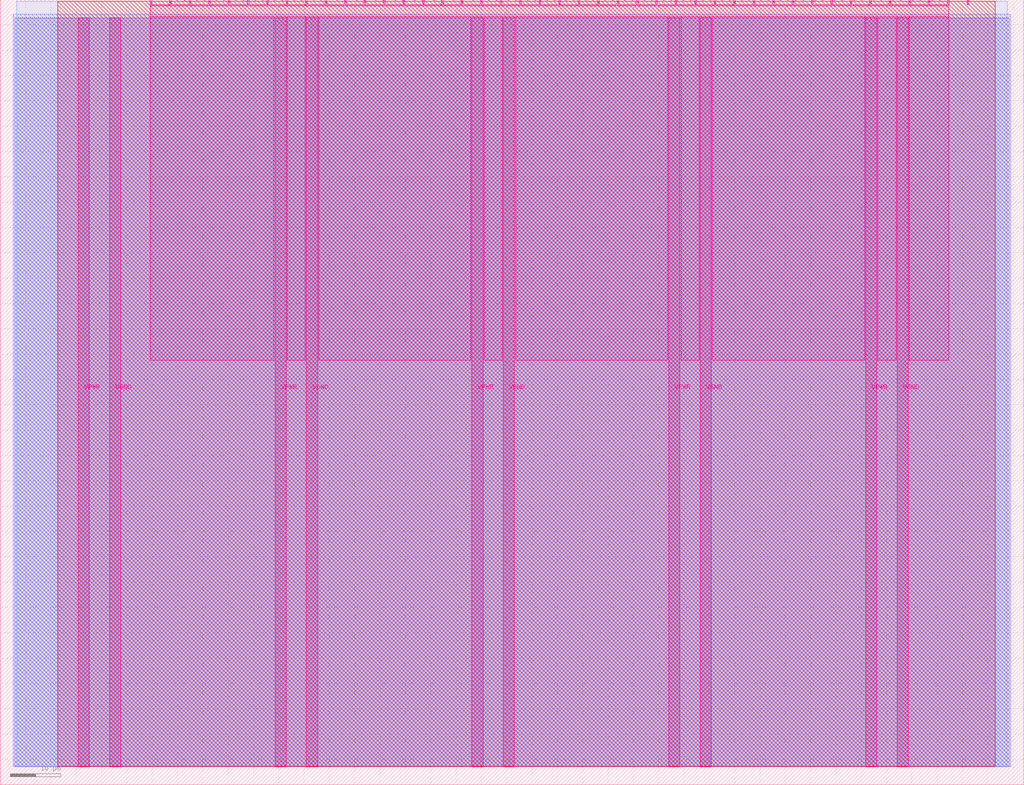
<source format=lef>
VERSION 5.7 ;
  NOWIREEXTENSIONATPIN ON ;
  DIVIDERCHAR "/" ;
  BUSBITCHARS "[]" ;
MACRO tt_um_drum_goekce
  CLASS BLOCK ;
  FOREIGN tt_um_drum_goekce ;
  ORIGIN 0.000 0.000 ;
  SIZE 202.080 BY 154.980 ;
  PIN VGND
    DIRECTION INOUT ;
    USE GROUND ;
    PORT
      LAYER Metal5 ;
        RECT 21.580 3.560 23.780 151.420 ;
    END
    PORT
      LAYER Metal5 ;
        RECT 60.450 3.560 62.650 151.420 ;
    END
    PORT
      LAYER Metal5 ;
        RECT 99.320 3.560 101.520 151.420 ;
    END
    PORT
      LAYER Metal5 ;
        RECT 138.190 3.560 140.390 151.420 ;
    END
    PORT
      LAYER Metal5 ;
        RECT 177.060 3.560 179.260 151.420 ;
    END
  END VGND
  PIN VPWR
    DIRECTION INOUT ;
    USE POWER ;
    PORT
      LAYER Metal5 ;
        RECT 15.380 3.560 17.580 151.420 ;
    END
    PORT
      LAYER Metal5 ;
        RECT 54.250 3.560 56.450 151.420 ;
    END
    PORT
      LAYER Metal5 ;
        RECT 93.120 3.560 95.320 151.420 ;
    END
    PORT
      LAYER Metal5 ;
        RECT 131.990 3.560 134.190 151.420 ;
    END
    PORT
      LAYER Metal5 ;
        RECT 170.860 3.560 173.060 151.420 ;
    END
  END VPWR
  PIN clk
    DIRECTION INPUT ;
    USE SIGNAL ;
    ANTENNAGATEAREA 0.213200 ;
    PORT
      LAYER Metal5 ;
        RECT 187.050 153.980 187.350 154.980 ;
    END
  END clk
  PIN ena
    DIRECTION INPUT ;
    USE SIGNAL ;
    PORT
      LAYER Metal5 ;
        RECT 190.890 153.980 191.190 154.980 ;
    END
  END ena
  PIN rst_n
    DIRECTION INPUT ;
    USE SIGNAL ;
    ANTENNAGATEAREA 0.213200 ;
    PORT
      LAYER Metal5 ;
        RECT 183.210 153.980 183.510 154.980 ;
    END
  END rst_n
  PIN ui_in[0]
    DIRECTION INPUT ;
    USE SIGNAL ;
    ANTENNAGATEAREA 0.213200 ;
    PORT
      LAYER Metal5 ;
        RECT 179.370 153.980 179.670 154.980 ;
    END
  END ui_in[0]
  PIN ui_in[1]
    DIRECTION INPUT ;
    USE SIGNAL ;
    ANTENNAGATEAREA 0.213200 ;
    PORT
      LAYER Metal5 ;
        RECT 175.530 153.980 175.830 154.980 ;
    END
  END ui_in[1]
  PIN ui_in[2]
    DIRECTION INPUT ;
    USE SIGNAL ;
    ANTENNAGATEAREA 0.213200 ;
    PORT
      LAYER Metal5 ;
        RECT 171.690 153.980 171.990 154.980 ;
    END
  END ui_in[2]
  PIN ui_in[3]
    DIRECTION INPUT ;
    USE SIGNAL ;
    ANTENNAGATEAREA 0.180700 ;
    PORT
      LAYER Metal5 ;
        RECT 167.850 153.980 168.150 154.980 ;
    END
  END ui_in[3]
  PIN ui_in[4]
    DIRECTION INPUT ;
    USE SIGNAL ;
    PORT
      LAYER Metal5 ;
        RECT 164.010 153.980 164.310 154.980 ;
    END
  END ui_in[4]
  PIN ui_in[5]
    DIRECTION INPUT ;
    USE SIGNAL ;
    ANTENNAGATEAREA 0.213200 ;
    PORT
      LAYER Metal5 ;
        RECT 160.170 153.980 160.470 154.980 ;
    END
  END ui_in[5]
  PIN ui_in[6]
    DIRECTION INPUT ;
    USE SIGNAL ;
    ANTENNAGATEAREA 1.445600 ;
    PORT
      LAYER Metal5 ;
        RECT 156.330 153.980 156.630 154.980 ;
    END
  END ui_in[6]
  PIN ui_in[7]
    DIRECTION INPUT ;
    USE SIGNAL ;
    ANTENNAGATEAREA 0.180700 ;
    PORT
      LAYER Metal5 ;
        RECT 152.490 153.980 152.790 154.980 ;
    END
  END ui_in[7]
  PIN uio_in[0]
    DIRECTION INPUT ;
    USE SIGNAL ;
    ANTENNAGATEAREA 0.180700 ;
    PORT
      LAYER Metal5 ;
        RECT 148.650 153.980 148.950 154.980 ;
    END
  END uio_in[0]
  PIN uio_in[1]
    DIRECTION INPUT ;
    USE SIGNAL ;
    ANTENNAGATEAREA 0.180700 ;
    PORT
      LAYER Metal5 ;
        RECT 144.810 153.980 145.110 154.980 ;
    END
  END uio_in[1]
  PIN uio_in[2]
    DIRECTION INPUT ;
    USE SIGNAL ;
    ANTENNAGATEAREA 0.180700 ;
    PORT
      LAYER Metal5 ;
        RECT 140.970 153.980 141.270 154.980 ;
    END
  END uio_in[2]
  PIN uio_in[3]
    DIRECTION INPUT ;
    USE SIGNAL ;
    ANTENNAGATEAREA 0.180700 ;
    PORT
      LAYER Metal5 ;
        RECT 137.130 153.980 137.430 154.980 ;
    END
  END uio_in[3]
  PIN uio_in[4]
    DIRECTION INPUT ;
    USE SIGNAL ;
    ANTENNAGATEAREA 0.180700 ;
    PORT
      LAYER Metal5 ;
        RECT 133.290 153.980 133.590 154.980 ;
    END
  END uio_in[4]
  PIN uio_in[5]
    DIRECTION INPUT ;
    USE SIGNAL ;
    ANTENNAGATEAREA 0.180700 ;
    PORT
      LAYER Metal5 ;
        RECT 129.450 153.980 129.750 154.980 ;
    END
  END uio_in[5]
  PIN uio_in[6]
    DIRECTION INPUT ;
    USE SIGNAL ;
    ANTENNAGATEAREA 0.180700 ;
    PORT
      LAYER Metal5 ;
        RECT 125.610 153.980 125.910 154.980 ;
    END
  END uio_in[6]
  PIN uio_in[7]
    DIRECTION INPUT ;
    USE SIGNAL ;
    ANTENNAGATEAREA 0.180700 ;
    PORT
      LAYER Metal5 ;
        RECT 121.770 153.980 122.070 154.980 ;
    END
  END uio_in[7]
  PIN uio_oe[0]
    DIRECTION OUTPUT ;
    USE SIGNAL ;
    ANTENNADIFFAREA 0.654800 ;
    PORT
      LAYER Metal5 ;
        RECT 56.490 153.980 56.790 154.980 ;
    END
  END uio_oe[0]
  PIN uio_oe[1]
    DIRECTION OUTPUT ;
    USE SIGNAL ;
    ANTENNADIFFAREA 0.654800 ;
    PORT
      LAYER Metal5 ;
        RECT 52.650 153.980 52.950 154.980 ;
    END
  END uio_oe[1]
  PIN uio_oe[2]
    DIRECTION OUTPUT ;
    USE SIGNAL ;
    ANTENNADIFFAREA 0.654800 ;
    PORT
      LAYER Metal5 ;
        RECT 48.810 153.980 49.110 154.980 ;
    END
  END uio_oe[2]
  PIN uio_oe[3]
    DIRECTION OUTPUT ;
    USE SIGNAL ;
    ANTENNADIFFAREA 0.654800 ;
    PORT
      LAYER Metal5 ;
        RECT 44.970 153.980 45.270 154.980 ;
    END
  END uio_oe[3]
  PIN uio_oe[4]
    DIRECTION OUTPUT ;
    USE SIGNAL ;
    ANTENNADIFFAREA 0.654800 ;
    PORT
      LAYER Metal5 ;
        RECT 41.130 153.980 41.430 154.980 ;
    END
  END uio_oe[4]
  PIN uio_oe[5]
    DIRECTION OUTPUT ;
    USE SIGNAL ;
    ANTENNADIFFAREA 0.654800 ;
    PORT
      LAYER Metal5 ;
        RECT 37.290 153.980 37.590 154.980 ;
    END
  END uio_oe[5]
  PIN uio_oe[6]
    DIRECTION OUTPUT ;
    USE SIGNAL ;
    ANTENNADIFFAREA 0.654800 ;
    PORT
      LAYER Metal5 ;
        RECT 33.450 153.980 33.750 154.980 ;
    END
  END uio_oe[6]
  PIN uio_oe[7]
    DIRECTION OUTPUT ;
    USE SIGNAL ;
    ANTENNADIFFAREA 0.654800 ;
    PORT
      LAYER Metal5 ;
        RECT 29.610 153.980 29.910 154.980 ;
    END
  END uio_oe[7]
  PIN uio_out[0]
    DIRECTION OUTPUT ;
    USE SIGNAL ;
    ANTENNADIFFAREA 0.651000 ;
    PORT
      LAYER Metal5 ;
        RECT 87.210 153.980 87.510 154.980 ;
    END
  END uio_out[0]
  PIN uio_out[1]
    DIRECTION OUTPUT ;
    USE SIGNAL ;
    ANTENNADIFFAREA 0.712400 ;
    PORT
      LAYER Metal5 ;
        RECT 83.370 153.980 83.670 154.980 ;
    END
  END uio_out[1]
  PIN uio_out[2]
    DIRECTION OUTPUT ;
    USE SIGNAL ;
    ANTENNADIFFAREA 0.712400 ;
    PORT
      LAYER Metal5 ;
        RECT 79.530 153.980 79.830 154.980 ;
    END
  END uio_out[2]
  PIN uio_out[3]
    DIRECTION OUTPUT ;
    USE SIGNAL ;
    ANTENNADIFFAREA 0.712400 ;
    PORT
      LAYER Metal5 ;
        RECT 75.690 153.980 75.990 154.980 ;
    END
  END uio_out[3]
  PIN uio_out[4]
    DIRECTION OUTPUT ;
    USE SIGNAL ;
    ANTENNADIFFAREA 0.651000 ;
    PORT
      LAYER Metal5 ;
        RECT 71.850 153.980 72.150 154.980 ;
    END
  END uio_out[4]
  PIN uio_out[5]
    DIRECTION OUTPUT ;
    USE SIGNAL ;
    ANTENNADIFFAREA 0.712400 ;
    PORT
      LAYER Metal5 ;
        RECT 68.010 153.980 68.310 154.980 ;
    END
  END uio_out[5]
  PIN uio_out[6]
    DIRECTION OUTPUT ;
    USE SIGNAL ;
    ANTENNADIFFAREA 0.651000 ;
    PORT
      LAYER Metal5 ;
        RECT 64.170 153.980 64.470 154.980 ;
    END
  END uio_out[6]
  PIN uio_out[7]
    DIRECTION OUTPUT ;
    USE SIGNAL ;
    ANTENNADIFFAREA 0.651000 ;
    PORT
      LAYER Metal5 ;
        RECT 60.330 153.980 60.630 154.980 ;
    END
  END uio_out[7]
  PIN uo_out[0]
    DIRECTION OUTPUT ;
    USE SIGNAL ;
    ANTENNADIFFAREA 0.632400 ;
    PORT
      LAYER Metal5 ;
        RECT 117.930 153.980 118.230 154.980 ;
    END
  END uo_out[0]
  PIN uo_out[1]
    DIRECTION OUTPUT ;
    USE SIGNAL ;
    ANTENNADIFFAREA 0.632400 ;
    PORT
      LAYER Metal5 ;
        RECT 114.090 153.980 114.390 154.980 ;
    END
  END uo_out[1]
  PIN uo_out[2]
    DIRECTION OUTPUT ;
    USE SIGNAL ;
    ANTENNADIFFAREA 0.632400 ;
    PORT
      LAYER Metal5 ;
        RECT 110.250 153.980 110.550 154.980 ;
    END
  END uo_out[2]
  PIN uo_out[3]
    DIRECTION OUTPUT ;
    USE SIGNAL ;
    ANTENNADIFFAREA 0.632400 ;
    PORT
      LAYER Metal5 ;
        RECT 106.410 153.980 106.710 154.980 ;
    END
  END uo_out[3]
  PIN uo_out[4]
    DIRECTION OUTPUT ;
    USE SIGNAL ;
    ANTENNADIFFAREA 0.632400 ;
    PORT
      LAYER Metal5 ;
        RECT 102.570 153.980 102.870 154.980 ;
    END
  END uo_out[4]
  PIN uo_out[5]
    DIRECTION OUTPUT ;
    USE SIGNAL ;
    ANTENNADIFFAREA 0.632400 ;
    PORT
      LAYER Metal5 ;
        RECT 98.730 153.980 99.030 154.980 ;
    END
  END uo_out[5]
  PIN uo_out[6]
    DIRECTION OUTPUT ;
    USE SIGNAL ;
    ANTENNADIFFAREA 0.632400 ;
    PORT
      LAYER Metal5 ;
        RECT 94.890 153.980 95.190 154.980 ;
    END
  END uo_out[6]
  PIN uo_out[7]
    DIRECTION OUTPUT ;
    USE SIGNAL ;
    ANTENNADIFFAREA 0.632400 ;
    PORT
      LAYER Metal5 ;
        RECT 91.050 153.980 91.350 154.980 ;
    END
  END uo_out[7]
  OBS
      LAYER GatPoly ;
        RECT 2.880 3.630 199.200 151.350 ;
      LAYER Metal1 ;
        RECT 2.880 3.560 199.200 151.420 ;
      LAYER Metal2 ;
        RECT 2.605 3.680 199.475 152.140 ;
      LAYER Metal3 ;
        RECT 3.260 3.635 198.820 154.705 ;
      LAYER Metal4 ;
        RECT 11.375 3.680 196.465 154.660 ;
      LAYER Metal5 ;
        RECT 30.120 153.770 33.240 153.980 ;
        RECT 33.960 153.770 37.080 153.980 ;
        RECT 37.800 153.770 40.920 153.980 ;
        RECT 41.640 153.770 44.760 153.980 ;
        RECT 45.480 153.770 48.600 153.980 ;
        RECT 49.320 153.770 52.440 153.980 ;
        RECT 53.160 153.770 56.280 153.980 ;
        RECT 57.000 153.770 60.120 153.980 ;
        RECT 60.840 153.770 63.960 153.980 ;
        RECT 64.680 153.770 67.800 153.980 ;
        RECT 68.520 153.770 71.640 153.980 ;
        RECT 72.360 153.770 75.480 153.980 ;
        RECT 76.200 153.770 79.320 153.980 ;
        RECT 80.040 153.770 83.160 153.980 ;
        RECT 83.880 153.770 87.000 153.980 ;
        RECT 87.720 153.770 90.840 153.980 ;
        RECT 91.560 153.770 94.680 153.980 ;
        RECT 95.400 153.770 98.520 153.980 ;
        RECT 99.240 153.770 102.360 153.980 ;
        RECT 103.080 153.770 106.200 153.980 ;
        RECT 106.920 153.770 110.040 153.980 ;
        RECT 110.760 153.770 113.880 153.980 ;
        RECT 114.600 153.770 117.720 153.980 ;
        RECT 118.440 153.770 121.560 153.980 ;
        RECT 122.280 153.770 125.400 153.980 ;
        RECT 126.120 153.770 129.240 153.980 ;
        RECT 129.960 153.770 133.080 153.980 ;
        RECT 133.800 153.770 136.920 153.980 ;
        RECT 137.640 153.770 140.760 153.980 ;
        RECT 141.480 153.770 144.600 153.980 ;
        RECT 145.320 153.770 148.440 153.980 ;
        RECT 149.160 153.770 152.280 153.980 ;
        RECT 153.000 153.770 156.120 153.980 ;
        RECT 156.840 153.770 159.960 153.980 ;
        RECT 160.680 153.770 163.800 153.980 ;
        RECT 164.520 153.770 167.640 153.980 ;
        RECT 168.360 153.770 171.480 153.980 ;
        RECT 172.200 153.770 175.320 153.980 ;
        RECT 176.040 153.770 179.160 153.980 ;
        RECT 179.880 153.770 183.000 153.980 ;
        RECT 183.720 153.770 186.840 153.980 ;
        RECT 29.660 151.630 187.300 153.770 ;
        RECT 29.660 83.855 54.040 151.630 ;
        RECT 56.660 83.855 60.240 151.630 ;
        RECT 62.860 83.855 92.910 151.630 ;
        RECT 95.530 83.855 99.110 151.630 ;
        RECT 101.730 83.855 131.780 151.630 ;
        RECT 134.400 83.855 137.980 151.630 ;
        RECT 140.600 83.855 170.650 151.630 ;
        RECT 173.270 83.855 176.850 151.630 ;
        RECT 179.470 83.855 187.300 151.630 ;
  END
END tt_um_drum_goekce
END LIBRARY


</source>
